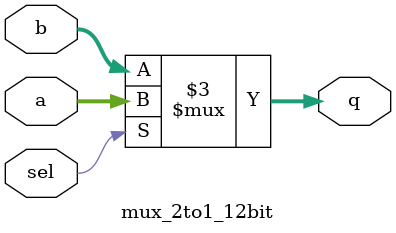
<source format=v>

module mux_2to1_12bit ( output reg [11:0] q,
			input [11:0] a,
			input [11:0] b,
			input sel );

		always @ (*)			//always will do the the following
				begin

				if (sel) q[11:0]=a[11:0];	//if sel is equal to 1, then it 									selects the input from a
				else  q[11:0]=b[11:0];		//if sel is equal to 0, then it 									selects the input from b
			
		end
endmodule

</source>
